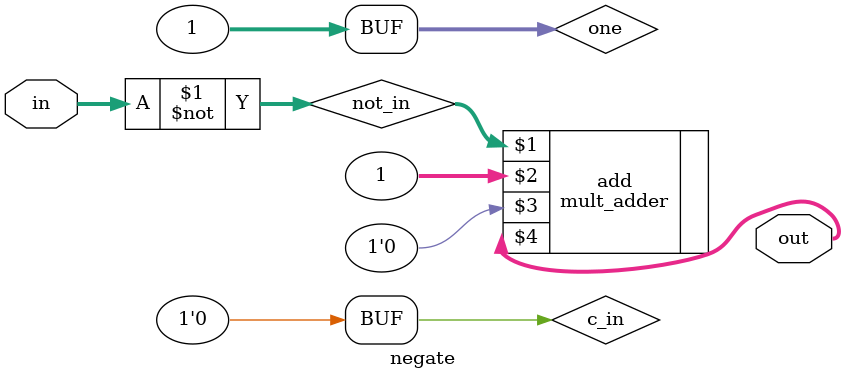
<source format=v>
module negate(in, out);

    input [31:0] in;
    output [31:0] out;

    wire [31:0] not_in, one;
    wire c_in;
    assign not_in = ~in;
    assign one = 32'b1;
    assign c_in = 1'b0;

    mult_adder add (not_in, one, c_in, out);

endmodule
</source>
